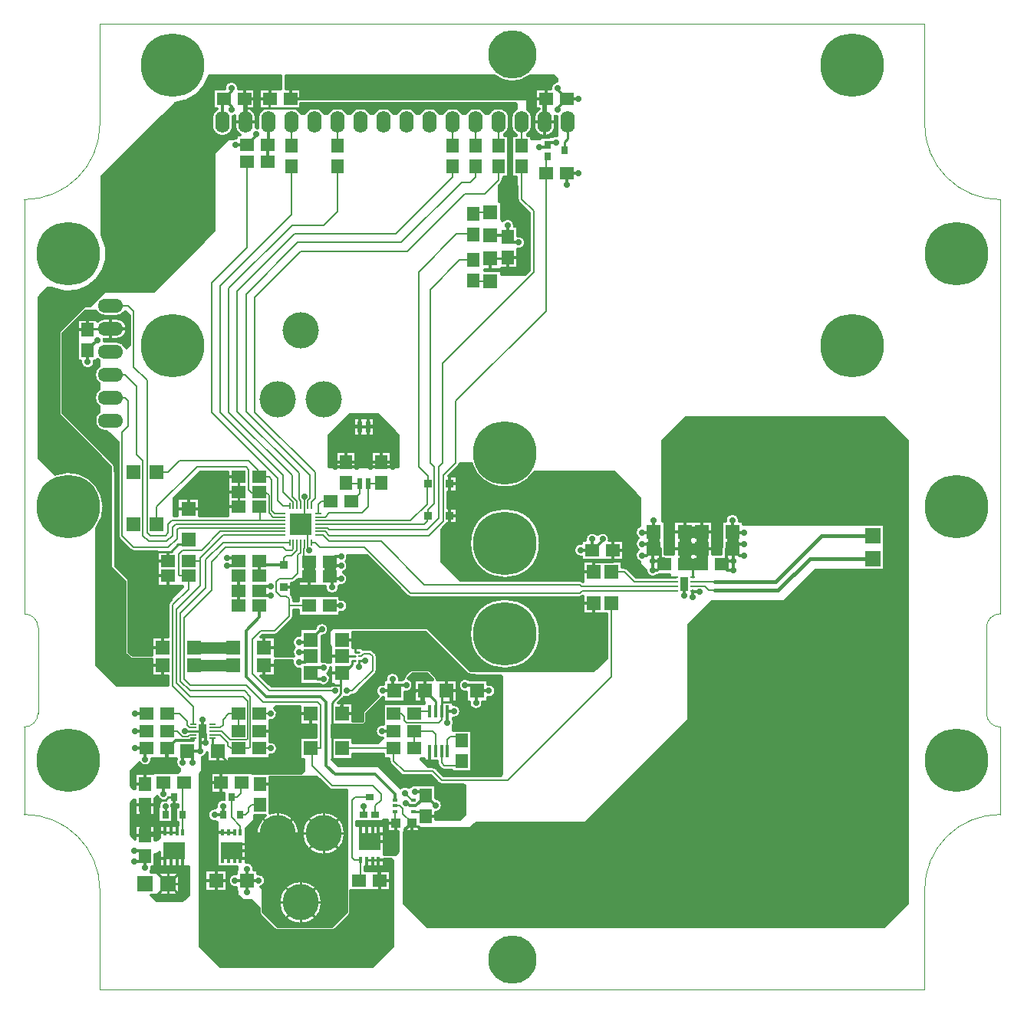
<source format=gbr>
G04 EasyPC Gerber Version 21.0.3 Build 4286 *
G04 #@! TF.Part,Single*
G04 #@! TF.FileFunction,Copper,L2,Bot *
G04 #@! TF.FilePolarity,Positive *
%FSLAX35Y35*%
%MOIN*%
G04 #@! TA.AperFunction,ComponentPad*
%ADD92O,0.06299X0.09449*%
G04 #@! TA.AperFunction,SMDPad*
%ADD110R,0.00787X0.03150*%
G04 #@! TA.AperFunction,ComponentPad*
%ADD93O,0.11000X0.06000*%
G04 #@! TA.AperFunction,SMDPad*
%ADD109R,0.03150X0.00787*%
%ADD100R,0.02756X0.00906*%
%ADD115R,0.01969X0.01102*%
%ADD102R,0.01654X0.02756*%
%ADD103R,0.01654X0.03937*%
%ADD106R,0.01772X0.05709*%
%ADD112R,0.02362X0.04724*%
%ADD107R,0.03150X0.03543*%
%ADD114R,0.03543X0.03543*%
%ADD101R,0.03543X0.05906*%
%ADD116R,0.03543X0.06299*%
%ADD117R,0.02362X0.01575*%
%ADD105R,0.03543X0.03150*%
%ADD113R,0.03543X0.03543*%
%ADD118R,0.04291X0.03937*%
%ADD98R,0.05500X0.06000*%
%ADD99R,0.06000X0.05500*%
%ADD104R,0.09331X0.07283*%
G04 #@! TA.AperFunction,ComponentPad*
%ADD95R,0.06299X0.06299*%
%ADD94R,0.06300X0.06300*%
%ADD91R,0.06800X0.06800*%
G04 #@! TA.AperFunction,SMDPad*
%ADD111R,0.09252X0.09252*%
G04 #@! TD.AperFunction*
%ADD13C,0.00001*%
%ADD10C,0.00500*%
%ADD77C,0.00600*%
%ADD97C,0.00800*%
%ADD120C,0.00900*%
G04 #@! TA.AperFunction,SMDPad*
%ADD108C,0.00984*%
G04 #@! TD.AperFunction*
%ADD79C,0.01000*%
%ADD11C,0.01200*%
%ADD121C,0.01500*%
%ADD78C,0.02000*%
G04 #@! TA.AperFunction,ViaPad*
%ADD96C,0.02800*%
G04 #@! TD.AperFunction*
%ADD119C,0.05000*%
G04 #@! TA.AperFunction,ComponentPad*
%ADD90C,0.15748*%
G04 #@! TA.AperFunction,WasherPad*
%ADD89C,0.21000*%
%ADD88C,0.27600*%
X0Y0D02*
D02*
D10*
X63100Y190698D02*
X63450Y190098D01*
Y193848*
X62800*
Y190998*
X63100Y190698*
G36*
X63450Y190098*
Y193848*
X62800*
Y190998*
X63100Y190698*
G37*
X123100Y181948D02*
X119350D01*
Y180698*
X123100*
Y181948*
G36*
X119350*
Y180698*
X123100*
Y181948*
G37*
X166850Y74448D02*
X165600Y73198D01*
Y71948*
X168100Y74448*
X166850*
G36*
X165600Y73198*
Y71948*
X168100Y74448*
X166850*
G37*
X171850D02*
X173100Y73198D01*
Y71948*
X171850*
Y73198*
X170600Y74448*
X171850*
G36*
X173100Y73198*
Y71948*
X171850*
Y73198*
X170600Y74448*
X171850*
G37*
X174350Y131948D02*
Y128198D01*
X173100*
Y131948*
X174350*
G36*
Y128198*
X173100*
Y131948*
X174350*
G37*
X185600D02*
Y128198D01*
X186550*
Y131948*
X185600*
G36*
Y128198*
X186550*
Y131948*
X185600*
G37*
D02*
D11*
X25950Y290198D02*
X23750D01*
X28100Y276198D02*
Y281198D01*
Y292598D02*
Y294796D01*
X32300Y285598D02*
X31900D01*
Y285398*
X27700Y281198*
X28100*
X38100Y288298D02*
Y286100D01*
Y293098D02*
Y295296D01*
X43000Y290698D02*
X45198D01*
X48350Y59098D02*
X51000D01*
X53100Y61198*
X48350Y63598D02*
X50700D01*
X53100Y61198*
X48600Y108198D02*
X53600D01*
X48600Y115651D02*
X53553D01*
X53600Y115698*
X48600Y123198D02*
X53600D01*
X50950Y70198D02*
X48750D01*
X50950Y83698D02*
X48750D01*
X50950Y92698D02*
X48750D01*
X53100Y56198D02*
Y61198D01*
Y72598D02*
Y74796D01*
Y81298D02*
Y79100D01*
Y95098D02*
Y97296D01*
Y103448D02*
Y107698D01*
X53600Y108198*
X55250Y70198D02*
X57450D01*
X55250Y83698D02*
X57450D01*
X58275Y144498D02*
X56076D01*
X58275Y151898D02*
X56076D01*
X58366Y87214D02*
X57450Y86298D01*
Y79100*
X48750*
Y85698*
X48100*
X46850Y84448*
Y70698*
X48750Y68798*
Y74796*
X57450*
Y68198*
X58100*
X59336Y69434*
Y74580*
X67281*
Y75891*
X66167*
Y82631*
X67340*
Y83765*
X64769*
G75*
G02X64833Y82631I-2909J-731*
G01*
X65033*
Y75891*
X58687*
Y82631*
X58887*
G75*
G02X58860Y83033I2973J403*
G01*
G75*
G02X60257Y85569I3000J0*
G01*
G75*
G02X58366Y87214I843J2879*
G01*
G36*
X57450Y86298*
Y79100*
X48750*
Y85698*
X48100*
X46850Y84448*
Y70698*
X48750Y68798*
Y74796*
X57450*
Y68198*
X58100*
X59336Y69434*
Y74580*
X67281*
Y75891*
X66167*
Y82631*
X67340*
Y83765*
X64769*
G75*
G02X64833Y82631I-2909J-731*
G01*
X65033*
Y75891*
X58687*
Y82631*
X58887*
G75*
G02X58860Y83033I2973J403*
G01*
G75*
G02X60257Y85569I3000J0*
G01*
G75*
G02X58366Y87214I843J2879*
G01*
G37*
X60625Y183198D02*
X58427D01*
X60625Y189698D02*
X58427D01*
X60825Y141948D02*
Y139749D01*
Y154448D02*
Y156647D01*
X61100Y88448D02*
Y93198D01*
X61535Y60383D02*
X59336D01*
X61535Y71604D02*
X59336D01*
X61761Y59015D02*
Y56816D01*
Y72381D02*
Y74580D01*
X62600Y106048D02*
Y103848D01*
X63025Y181048D02*
Y178848D01*
X64320Y59015D02*
Y56816D01*
Y72381D02*
Y74580D01*
X65600Y85963D02*
Y83765D01*
X66880Y59015D02*
Y56816D01*
Y72381D02*
Y74580D01*
X68100Y99237D02*
G75*
G02X66651Y103507I1150J2771D01*
G01*
Y103848*
X56073*
G75*
G02X50539Y101887I-2973J-400*
G01*
X46850Y98198*
Y91948*
X48100Y90698*
X48750*
Y97296*
X56502*
Y97548*
X67450*
X68100Y98198*
Y99237*
G36*
G75*
G02X66651Y103507I1150J2771*
G01*
Y103848*
X56073*
G75*
G02X50539Y101887I-2973J-400*
G01*
X46850Y98198*
Y91948*
X48100Y90698*
X48750*
Y97296*
X56502*
Y97548*
X67450*
X68100Y98198*
Y99237*
G37*
X69250Y102008D02*
Y105008D01*
X71400Y107158*
X69300Y212398D02*
X67100D01*
X69350Y178848D02*
X58427D01*
Y193798*
X48102*
G75*
G02X46757Y194355I-2J1900*
G01*
X41757Y199355*
G75*
G02X41200Y200698I1343J1344*
G01*
Y241348*
X36448Y246100*
X35600*
G75*
G02X33100Y254557J4598*
G01*
Y256839*
G75*
G02Y264557I2500J3859*
G01*
Y266839*
G75*
G02Y274557I2500J3859*
G01*
Y276839*
G75*
G02X32450Y277348I2500J3860*
G01*
Y276600*
X31073*
G75*
G02X31100Y276198I-2973J-403*
G01*
G75*
G02X25100I-3000*
G01*
G75*
G02X25127Y276600I3000J-1*
G01*
X23750*
Y294796*
X32450*
Y294048*
G75*
G02X35600Y295296I3150J-3350*
G01*
X40600*
G75*
G02Y286100J-4598*
G01*
X35600*
G75*
G02X35256Y286113I1J4600*
G01*
G75*
G02X35300Y285598I-2956J-515*
G01*
G75*
G02X35284Y285285I-3002J-2*
G01*
G75*
G02X35600Y285296I318J-4585*
G01*
X40600*
G75*
G02X44852Y282450I0J-4598*
G01*
X46200Y283798*
Y296348*
X44416Y298132*
G75*
G02X40600Y296100I-3816J2566*
G01*
X35600*
G75*
G02X31741Y298198J4598*
G01*
X26896*
X17400Y288702*
Y253944*
X39373Y231971*
G75*
G02X39900Y230698I-1273J-1273*
G01*
Y229279*
G75*
G02X40200Y228198I-1801J-1081*
G01*
Y187394*
X45623Y181971*
G75*
G02X46150Y180698I-1273J-1273*
G01*
Y150194*
X47596Y148748*
X56076*
Y156647*
X63075*
Y170748*
G75*
G02X63663Y172164I2000*
G01*
X64350Y172851*
Y173198*
X69350Y178198*
Y178848*
G36*
X58427*
Y193798*
X48102*
G75*
G02X46757Y194355I-2J1900*
G01*
X41757Y199355*
G75*
G02X41200Y200698I1343J1344*
G01*
Y241348*
X36448Y246100*
X35600*
G75*
G02X33100Y254557J4598*
G01*
Y256839*
G75*
G02Y264557I2500J3859*
G01*
Y266839*
G75*
G02Y274557I2500J3859*
G01*
Y276839*
G75*
G02X32450Y277348I2500J3860*
G01*
Y276600*
X31073*
G75*
G02X31100Y276198I-2973J-403*
G01*
G75*
G02X25100I-3000*
G01*
G75*
G02X25127Y276600I3000J-1*
G01*
X23750*
Y294796*
X32450*
Y294048*
G75*
G02X35600Y295296I3150J-3350*
G01*
X40600*
G75*
G02Y286100J-4598*
G01*
X35600*
G75*
G02X35256Y286113I1J4600*
G01*
G75*
G02X35300Y285598I-2956J-515*
G01*
G75*
G02X35284Y285285I-3002J-2*
G01*
G75*
G02X35600Y285296I318J-4585*
G01*
X40600*
G75*
G02X44852Y282450I0J-4598*
G01*
X46200Y283798*
Y296348*
X44416Y298132*
G75*
G02X40600Y296100I-3816J2566*
G01*
X35600*
G75*
G02X31741Y298198J4598*
G01*
X26896*
X17400Y288702*
Y253944*
X39373Y231971*
G75*
G02X39900Y230698I-1273J-1273*
G01*
Y229279*
G75*
G02X40200Y228198I-1801J-1081*
G01*
Y187394*
X45623Y181971*
G75*
G02X46150Y180698I-1273J-1273*
G01*
Y150194*
X47596Y148748*
X56076*
Y156647*
X63075*
Y170748*
G75*
G02X63663Y172164I2000*
G01*
X64350Y172851*
Y173198*
X69350Y178198*
Y178848*
G37*
X69439Y59015D02*
Y56816D01*
X71850D02*
X59336D01*
Y63138*
X58724Y62525*
G75*
G02X57450Y61998I-1273J1273*
G01*
Y56600*
X56073*
G75*
G02X56100Y56198I-2973J-403*
G01*
G75*
G02X55600Y54540I-3000*
G01*
Y54332*
X68100*
Y44332*
X55716*
X58100Y41948*
X69350*
X71850Y44448*
Y56816*
G36*
X59336*
Y63138*
X58724Y62525*
G75*
G02X57450Y61998I-1273J1273*
G01*
Y56600*
X56073*
G75*
G02X56100Y56198I-2973J-403*
G01*
G75*
G02X55600Y54540I-3000*
G01*
Y54332*
X68100*
Y44332*
X55716*
X58100Y41948*
X69350*
X71850Y44448*
Y56816*
G37*
Y214948D02*
Y217147D01*
X73550Y102008D02*
Y105008D01*
X71400Y107158*
X73966Y111748D02*
X66450D01*
X62700Y107998*
X74400Y212398D02*
X76600D01*
X77150Y107158D02*
Y110745D01*
Y107158D02*
X71400D01*
X77150Y110745D02*
Y114148D01*
X78100Y115098*
Y115698*
Y120651D02*
Y115698D01*
X79300Y110745D02*
X77150D01*
X79300D02*
Y114498D01*
X78100Y115698*
X81350Y50698D02*
X79151D01*
X83285Y79261D02*
X86860D01*
X83700Y93198D02*
X81502D01*
X83900Y48148D02*
Y45948D01*
Y53248D02*
Y55448D01*
X84800Y104608D02*
Y102407D01*
X86100Y91048D02*
Y88848D01*
Y95348D02*
Y97548D01*
X86450Y50698D02*
X88651D01*
X86535Y71604D02*
X84336D01*
X86670Y380698D02*
Y390198D01*
X87170Y390698*
X86860Y83033D02*
Y79261D01*
X88600Y187598D02*
X91400D01*
X93500Y189698*
X93600*
X88600Y191098D02*
X92200D01*
X93600Y189698*
X89002Y209448D02*
Y228198D01*
X76850*
X65600Y216948*
Y209448*
X67100*
Y217147*
X76600*
Y209448*
X89002*
G36*
Y228198*
X76850*
X65600Y216948*
Y209448*
X67100*
Y217147*
X76600*
Y209448*
X89002*
G37*
X90600Y385989D02*
Y387268D01*
X87170Y390698*
X90600Y395407D02*
Y394128D01*
X87170Y390698*
X91200Y213198D02*
X89002D01*
X91200Y219698D02*
X89002D01*
X91200Y226198D02*
X89002D01*
X92150Y50698D02*
X97300D01*
X92170Y370698D02*
X97170D01*
X93600Y176698D02*
Y170198D01*
Y183198D02*
Y176698D01*
X94120Y380698D02*
X91919D01*
X94665Y60383D02*
X96864D01*
X94665Y63631D02*
X96864D01*
X96170Y392848D02*
Y395048D01*
X97300Y45548D02*
Y50698D01*
Y55848D02*
Y50698D01*
X98570Y390698D02*
X100769D01*
X99220Y380698D02*
X101419D01*
X101250Y375198D02*
Y374778D01*
X97170Y370698*
X102450Y50698D02*
X97300D01*
X102600Y170198D02*
Y165198D01*
X96850Y159448*
Y139448*
X105600Y130698*
X129250*
X131750Y128198*
Y100798*
X135600Y96948*
X152913*
X161663Y88198*
Y85757*
X102600Y176698D02*
Y175098D01*
X103100Y174598*
X107600*
X102600Y189698D02*
Y183198D01*
X104770Y390698D02*
X102569D01*
X104800Y141948D02*
Y139749D01*
Y154448D02*
Y156647D01*
X105000Y115698D02*
X107198D01*
X105250Y92698D02*
X107450D01*
X106170Y363198D02*
Y370698D01*
X106670Y380698D02*
Y371198D01*
X106170Y370698*
X107170Y392848D02*
Y395048D01*
X107350Y144498D02*
X109549D01*
X107350Y151898D02*
X109549D01*
X107600Y178698D02*
X104100D01*
X102600Y177198*
Y176698*
X111850Y395048D02*
Y400698D01*
X81023*
G75*
G02X66176Y388774I-16053J4783*
G01*
X34350Y356948*
Y331544*
G75*
G02X12735Y308198I-14656J-8109*
G01*
X10600*
X6850Y304448*
Y234448*
X13852Y227446*
G75*
G02X31850Y203743I5843J-14248*
G01*
Y144448*
X40600Y135698*
X63075*
Y139749*
X56076*
Y146948*
X46850*
X44350Y149448*
Y180698*
X38100Y186948*
Y230698*
X15600Y253198*
Y289448*
X26850Y300698*
X29350*
X31577Y302925*
G75*
G02X33373Y304721I4023J-2226*
G01*
X35600Y306948*
X56850*
X83100Y333198*
Y366948*
X89350Y373198*
X90512*
G75*
G02X92569Y373672I1659J-2500*
G01*
Y375048*
X94228*
G75*
G02X91919Y379123I2441J4075*
G01*
Y382273*
G75*
G02X92045Y383360I4750J0*
G01*
G75*
G02X91349Y383084I-1445J2628*
G01*
G75*
G02X91419Y382273I-4680J-811*
G01*
Y379123*
G75*
G02X81919I-4750*
G01*
Y382273*
G75*
G02X84228Y386348I4750*
G01*
X82569*
Y395048*
X87622*
G75*
G02X87600Y395407I2979J360*
G01*
G75*
G02X93600I3000*
G01*
G75*
G02X93578Y395048I-3000J1*
G01*
X100769*
Y386348*
X99110*
G75*
G02X101419Y382273I-2441J-4075*
G01*
Y379123*
G75*
G02X101328Y378197I-4751J1*
G01*
G75*
G02X102031Y378094I-77J-2999*
G01*
G75*
G02X101919Y379123I4637J1028*
G01*
Y382273*
G75*
G02X104228Y386348I4750*
G01*
X102569*
Y395048*
X111850*
G36*
Y400698*
X81023*
G75*
G02X66176Y388774I-16053J4783*
G01*
X34350Y356948*
Y331544*
G75*
G02X12735Y308198I-14656J-8109*
G01*
X10600*
X6850Y304448*
Y234448*
X13852Y227446*
G75*
G02X31850Y203743I5843J-14248*
G01*
Y144448*
X40600Y135698*
X63075*
Y139749*
X56076*
Y146948*
X46850*
X44350Y149448*
Y180698*
X38100Y186948*
Y230698*
X15600Y253198*
Y289448*
X26850Y300698*
X29350*
X31577Y302925*
G75*
G02X33373Y304721I4023J-2226*
G01*
X35600Y306948*
X56850*
X83100Y333198*
Y366948*
X89350Y373198*
X90512*
G75*
G02X92569Y373672I1659J-2500*
G01*
Y375048*
X94228*
G75*
G02X91919Y379123I2441J4075*
G01*
Y382273*
G75*
G02X92045Y383360I4750J0*
G01*
G75*
G02X91349Y383084I-1445J2628*
G01*
G75*
G02X91419Y382273I-4680J-811*
G01*
Y379123*
G75*
G02X81919I-4750*
G01*
Y382273*
G75*
G02X84228Y386348I4750*
G01*
X82569*
Y395048*
X87622*
G75*
G02X87600Y395407I2979J360*
G01*
G75*
G02X93600I3000*
G01*
G75*
G02X93578Y395048I-3000J1*
G01*
X100769*
Y386348*
X99110*
G75*
G02X101419Y382273I-2441J-4075*
G01*
Y379123*
G75*
G02X101328Y378197I-4751J1*
G01*
G75*
G02X102031Y378094I-77J-2999*
G01*
G75*
G02X101919Y379123I4637J1028*
G01*
Y382273*
G75*
G02X104228Y386348I4750*
G01*
X102569*
Y395048*
X111850*
G37*
X113387Y187922D02*
X104376D01*
X102600Y189698*
X114559Y178474D02*
X116757D01*
X116170Y392848D02*
Y395048D01*
X118570Y390698D02*
X120769D01*
X120000Y145698D02*
X122650D01*
X125150Y148198*
X120000Y150073D02*
X123275D01*
X125150Y148198*
X120000Y154448D02*
X124100D01*
X125150Y155498*
X121850Y103448D02*
X120399D01*
Y112948*
X127300*
Y118448*
X120399*
Y126198*
X109850*
X109313Y125661*
G75*
G02X107198Y120225I-1713J-2463*
G01*
Y111171*
G75*
G02X110600Y108198I402J-2973*
G01*
G75*
G02X107198Y105225I-3000*
G01*
Y103848*
X89549*
Y102407*
X80049*
Y106385*
G75*
G02X78100Y104312I-2899J772*
G01*
Y98198*
X76850Y96948*
Y21948*
X85600Y13198*
X151850*
X160600Y21948*
Y59448*
X159900Y60148*
X156864*
Y56816*
X148761*
Y55048*
X159698*
Y46348*
X142400*
Y36948*
G75*
G02X141871Y35674I-1800*
G01*
X135624Y29427*
G75*
G02X134350Y28898I-1274J1272*
G01*
X110600*
G75*
G02X109326Y29427J1800*
G01*
X103079Y35674*
G75*
G02X102550Y36948I1272J1274*
G01*
Y38748*
X99350Y41948*
X95600*
X93100Y44448*
Y45948*
X92549*
Y47725*
G75*
G02X89150Y50698I-399J2973*
G01*
G75*
G02X92549Y53671I3000*
G01*
Y55448*
X93100*
Y56816*
X84336*
Y74580*
X84350*
Y75891*
X83687*
Y76288*
G75*
G02X80285Y79261I-402J2973*
G01*
G75*
G02X83687Y82234I3000*
G01*
Y82631*
X83887*
G75*
G02X87427Y85979I2973J402*
G01*
Y88848*
X81502*
Y97548*
X99698*
Y97296*
X106623*
G75*
G02X107450Y97498I828J-1598*
G01*
X121150*
X121850Y98198*
Y103448*
X79151Y55448D02*
X88651D01*
Y45948*
X79151*
Y55448*
X160000Y21348D02*
G36*
Y50698D01*
X159698*
Y46348*
X142400*
Y36948*
G75*
G02X141871Y35674I-1800*
G01*
X135624Y29427*
G75*
G02X134350Y28898I-1274J1272*
G01*
X110600*
G75*
G02X109326Y29427J1800*
G01*
X103079Y35674*
G75*
G02X102550Y36948I1272J1274*
G01*
Y38748*
X99350Y41948*
X95600*
X93100Y44448*
Y45948*
X92549*
Y47725*
G75*
G02X89150Y50698I-399J2973*
G01*
X88651*
Y45948*
X79151*
Y50698*
X77450*
Y21348*
X85000Y13798*
X152450*
X160000Y21348*
G37*
X120399Y125598D02*
G36*
X109400D01*
G75*
G02X110600Y123198I-1800J-2400*
G01*
G75*
G02X107198Y120225I-3000*
G01*
Y111171*
G75*
G02X110600Y108198I401J-2973*
G01*
G75*
G02X107198Y105225I-3000J0*
G01*
Y103848*
X89549*
Y102407*
X80049*
Y106385*
G75*
G02X78100Y104312I-2899J773*
G01*
Y98198*
X77450Y97548*
Y50698*
X79151*
Y55448*
X88651*
Y50698*
X89150*
G75*
G02X92549Y53671I3000*
G01*
Y55448*
X93100*
Y56816*
X84336*
Y74580*
X84350*
Y75891*
X83687*
Y76288*
G75*
G02X80285Y79261I-401J2973*
G01*
G75*
G02X83687Y82234I3000J0*
G01*
Y82631*
X83887*
G75*
G02X83860Y83033I2973J403*
G01*
G75*
G02X87427Y85979I3000*
G01*
Y88848*
X81502*
Y97548*
X99698*
Y97296*
X106623*
G75*
G02X107450Y97498I828J-1599*
G01*
X121150*
X121850Y98198*
Y103448*
X120399*
Y112948*
X127300*
Y118448*
X120399*
Y125598*
G37*
X160000Y60048D02*
G36*
X159900Y60148D01*
X156864*
Y56816*
X148761*
Y55048*
X159698*
Y50698*
X160000*
Y60048*
G37*
X122600Y123198D02*
X120399D01*
X124175Y180849D02*
Y178651D01*
X125150Y120648D02*
Y118448D01*
X129850Y159948D02*
X129600D01*
X125150Y155498*
X130600Y138498D02*
X127850D01*
X125450Y140898*
X125150*
X130600Y143198D02*
X127450D01*
X125150Y140898*
X133100Y244448D02*
Y230698D01*
X136065*
Y237296*
X144761*
Y230698*
X151439*
Y237296*
X160135*
Y230698*
X163100*
Y244448*
X154350Y253198*
X141850*
X133100Y244448*
X143549Y252060D02*
X152651D01*
Y244139*
X143549*
Y252060*
X152651Y248100D02*
G36*
Y244139D01*
X143549*
Y248100*
X136752*
X133700Y245048*
Y231298*
X136065*
Y237296*
X144761*
Y231298*
X151439*
Y237296*
X160135*
Y231298*
X162500*
Y245048*
X159448Y248100*
X152651*
G37*
X159448D02*
G36*
X154950Y252598D01*
X141250*
X136752Y248100*
X143549*
Y252060*
X152651*
Y248100*
X159448*
G37*
X133801Y143198D02*
X133600D01*
G75*
G02X132465Y140848I-3000*
G01*
G75*
G02X128737Y136147I-1865J-2350*
G01*
X120399*
Y142725*
G75*
G02X117083Y146398I-399J2973*
G01*
X109549*
Y139749*
X103326*
X107878Y135198*
X133364*
G75*
G02X135048Y136147I2236J-2000*
G01*
X133801*
Y143198*
G36*
X133600*
G75*
G02X132465Y140848I-3000*
G01*
G75*
G02X128737Y136147I-1865J-2350*
G01*
X120399*
Y142725*
G75*
G02X117083Y146398I-399J2973*
G01*
X109549*
Y139749*
X103326*
X107878Y135198*
X133364*
G75*
G02X135048Y136147I2236J-2000*
G01*
X133801*
Y143198*
G37*
X134350Y178249D02*
Y181824D01*
X133175Y182999*
X135663Y230698D02*
X138413D01*
X140413Y232698*
X136000Y140898D02*
X133801D01*
X136000Y148198D02*
X133801D01*
X138100Y170198D02*
X133175D01*
X138175Y181948D02*
X134226D01*
X133175Y182999*
X138175Y187598D02*
X135076D01*
X133175Y189499*
X138175Y191548D02*
X135624D01*
X133575Y189499*
X133175*
X138263Y232698D02*
X136065D01*
X138550Y125748D02*
Y127948D01*
X140413Y235098D02*
Y237296D01*
Y237698D02*
Y232698D01*
X140600Y89948D02*
X134350D01*
G75*
G02X132934Y90535J2000*
G01*
X127772Y95698*
X121188*
G75*
G02X121149Y95698I-38J1807*
G01*
X107451*
X107450*
Y80145*
G75*
G02X120074Y71210I3150J-8935*
G01*
G75*
G02X101126I-9474*
G01*
G75*
G02X105355Y79100I9474*
G01*
X100600*
Y76948*
X96864Y73212*
Y58816*
G75*
G02X100273Y55448I436J-2968*
G01*
X102049*
Y53671*
G75*
G02X103434Y47864I401J-2973*
G01*
X104350Y46948*
Y36948*
X110600Y30698*
X134350*
X140600Y36948*
Y89948*
X121126Y71210D02*
G75*
G02X140074I9474D01*
G01*
G75*
G02X121126I-9474*
G01*
X111126Y41210D02*
G75*
G02X130074I9474D01*
G01*
G75*
G02X111126I-9474*
G01*
X140000Y36348D02*
G36*
Y41210D01*
X130074*
G75*
G02X111126I-9474*
G01*
X104350*
Y36948*
X110000Y31298*
X134950*
X140000Y36348*
G37*
X120074Y71210D02*
G36*
G75*
G02X101126I-9474D01*
G01*
X97464*
Y58844*
G75*
G02X100300Y55848I-164J-2996*
G01*
G75*
G02X100273Y55448I-3001*
G01*
X102049*
Y53671*
G75*
G02X105450Y50698I401J-2973*
G01*
G75*
G02X103434Y47864I-3000*
G01*
X104350Y46948*
Y41210*
X111126*
G75*
G02X130074I9474*
G01*
X140000*
Y70028*
G75*
G02X121126Y71210I-9400J1182*
G01*
X120074*
G37*
X101126D02*
G36*
G75*
G02X105355Y79100I9474D01*
G01*
X100600*
Y76948*
X97464Y73812*
Y71210*
X101126*
G37*
X120074D02*
G36*
X121126D01*
G75*
G02X140000Y72392I9474*
G01*
Y89948*
X134350*
G75*
G02X132934Y90535J2000*
G01*
X128372Y95098*
X107450*
Y80145*
G75*
G02X120074Y71210I3150J-8935*
G01*
G37*
X141100Y123198D02*
X143301D01*
X141100Y155498D02*
X143301D01*
X142563Y232698D02*
X144761D01*
X143147Y248198D02*
X146230D01*
X146328Y248100*
X145163Y230698D02*
X142413D01*
X140413Y232698*
X145747Y248100D02*
X143549D01*
X146328Y243737D02*
Y248099D01*
X146328Y248100*
Y246337D02*
Y244139D01*
Y248100D02*
X149872D01*
X146328Y249862D02*
Y252060D01*
X146761Y72381D02*
Y74580D01*
X149320Y59015D02*
Y56816D01*
Y72381D02*
Y74580D01*
X149872Y246337D02*
Y244139D01*
Y249862D02*
Y252060D01*
X149872Y243737D02*
Y248099D01*
X149872Y248100*
X150453D02*
X152651D01*
X151037Y230698D02*
X153787D01*
X155787Y232698*
X151880Y59015D02*
Y56816D01*
Y72381D02*
Y74580D01*
X153053Y248198D02*
X149970D01*
X149872Y248100*
X153637Y232698D02*
X151439D01*
X154439Y59015D02*
Y56816D01*
Y72381D02*
Y74580D01*
X154665Y59793D02*
X156864D01*
X154665Y67765D02*
X156864D01*
X154665Y71013D02*
X156864D01*
X155100Y48548D02*
Y46348D01*
Y52848D02*
Y55048D01*
X155787Y235098D02*
Y237296D01*
Y237698D02*
Y232698D01*
X156100Y115698D02*
X161100D01*
X156250Y133198D02*
X161400D01*
X157500Y50698D02*
X159698D01*
X157937Y232698D02*
X160135D01*
X158356Y76948D02*
X156529D01*
Y76285*
X145100*
Y74580*
X156864*
Y61948*
X161850*
X163100Y63198*
Y72131*
X158356*
Y76948*
G36*
X156529*
Y76285*
X145100*
Y74580*
X156864*
Y61948*
X161850*
X163100Y63198*
Y72131*
X158356*
Y76948*
G37*
X160537Y230698D02*
X157787D01*
X155787Y232698*
X160554Y75698D02*
X158356D01*
X160600Y138348D02*
Y133998D01*
X161400Y133198*
X162100Y74330D02*
Y72131D01*
X166350Y84448D02*
X166850D01*
X168100Y83198*
X169537*
X166550Y135698D02*
X163900D01*
X161400Y133198*
X169100Y74330D02*
Y72131D01*
X169537Y83198D02*
X170796D01*
X175296Y87698*
X174996*
X170246Y89448D02*
X173246D01*
X174996Y87698*
X172250Y133198D02*
X170049D01*
X173100Y103848D02*
Y103198D01*
X176100Y100198*
X178100*
G75*
G02X179516Y99611J-2000*
G01*
X182678Y96448*
X207600*
X208100Y96948*
Y139448*
X207700Y139848*
X196852*
G75*
G02X195769Y140148I-2J2100*
G01*
X194351*
G75*
G02X193077Y140675I-2J1800*
G01*
X176945Y156807*
X175154Y158598*
X143301*
Y152062*
G75*
G02X145170Y152013I885J-1896*
G01*
G75*
G02X147823Y151429I984J-1846*
G01*
G75*
G02X148100Y151448I277J-1981*
G01*
X150600*
G75*
G02X152016Y150861J-2000*
G01*
X153263Y149614*
G75*
G02X153850Y148198I-1413J-1416*
G01*
Y141948*
G75*
G02X153263Y140532I-2000*
G01*
X144516Y131785*
G75*
G02X143100Y131198I-1416J1413*
G01*
X142836*
G75*
G02X139521Y130399I-2236J2000*
G01*
X137070Y127948*
X143301*
Y119998*
X147354*
X147550Y120194*
Y123198*
G75*
G02X148077Y124471I1800J0*
G01*
X154424Y130818*
G75*
G02X156651Y136171I1826J2380*
G01*
Y137948*
X157627*
G75*
G02X157600Y138348I2973J400*
G01*
G75*
G02X163600I3000*
G01*
G75*
G02X163573Y137948I-3000*
G01*
X164566*
G75*
G02X165467Y138496I1984J-2250*
G01*
G75*
G02X165463Y138612I1798J119*
G01*
G75*
G02X165991Y139885I1800J0*
G01*
X168077Y141971*
G75*
G02X169351Y142498I1273J-1273*
G01*
X175599*
G75*
G02X176873Y141971I2J-1800*
G01*
X179373Y139471*
G75*
G02X179900Y138198I-1273J-1273*
G01*
Y137948*
X188651*
Y128448*
X186923*
Y127332*
G75*
G02X187324Y127359I400J-2973*
G01*
G75*
G02X190324Y124359J-3000*
G01*
G75*
G02X187324Y121359I-3000*
G01*
G75*
G02X186923Y121386I-1J3000*
G01*
Y121187*
G75*
G02X186850Y117720I-2483J-1682*
G01*
Y116137*
X195053*
Y97938*
X186352*
Y98698*
X183100*
G75*
G02X181684Y99285J2000*
G01*
X180467Y100503*
G75*
G02X179880Y101919I1413J1416*
G01*
Y102584*
X174277*
Y103848*
X173100*
X202049Y136171D02*
G75*
G02X205450Y133198I401J-2973D01*
G01*
G75*
G02X202049Y130225I-3000*
G01*
Y128448*
X199823*
G75*
G02X199850Y128048I-2973J-400*
G01*
G75*
G02X193850I-3000*
G01*
G75*
G02X193877Y128448I3000*
G01*
X192549*
Y132725*
G75*
G02X189150Y135698I-399J2973*
G01*
G75*
G02X194134Y137948I3000*
G01*
X202049*
Y136171*
X153559Y131873D02*
G36*
X144603D01*
X144516Y131785*
G75*
G02X143100Y131198I-1416J1413*
G01*
X142836*
G75*
G02X139521Y130399I-2236J2000*
G01*
X137670Y128548*
Y127948*
X143301*
Y119998*
X147354*
X147550Y120194*
Y123198*
G75*
G02X148077Y124471I1802*
G01*
X154424Y130818*
G75*
G02X153559Y131873I1827J2380*
G01*
G37*
X205141D02*
G36*
G75*
G02X202049Y130225I-2692J1325D01*
G01*
Y128448*
X199823*
G75*
G02X199850Y128048I-2974J-400*
G01*
G75*
G02X193850I-3000*
G01*
G75*
G02X193877Y128448I3001*
G01*
X192549*
Y131873*
X188651*
Y128448*
X186923*
Y127332*
G75*
G02X187324Y127359I401J-2985*
G01*
G75*
G02X190324Y124359J-3000*
G01*
G75*
G02X187324Y121359I-3000*
G01*
G75*
G02X186923Y121386I0J3012*
G01*
Y121187*
G75*
G02X187439Y119505I-2484J-1682*
G01*
G75*
G02X186850Y117720I-3000J0*
G01*
Y116137*
X195053*
Y97938*
X186352*
Y98698*
X183100*
G75*
G02X181684Y99285J2000*
G01*
X180467Y100503*
G75*
G02X179880Y101919I1413J1416*
G01*
Y102584*
X174277*
Y103848*
X173100*
Y103198*
X176100Y100198*
X178100*
G75*
G02X179516Y99611J-2000*
G01*
X182078Y97048*
X207500*
Y131873*
X205141*
G37*
X207500Y139848D02*
G36*
X196852D01*
G75*
G02X195769Y140148I-2J2100*
G01*
X194351*
G75*
G02X193077Y140675I-2J1799*
G01*
X176945Y156807*
X175754Y157998*
X143301*
Y152062*
G75*
G02X145170Y152013I885J-1896*
G01*
G75*
G02X147823Y151429I984J-1846*
G01*
G75*
G02X148100Y151448I274J-1938*
G01*
X150600*
G75*
G02X152016Y150861J-2000*
G01*
X153263Y149614*
G75*
G02X153850Y148198I-1413J-1416*
G01*
Y141948*
G75*
G02X153263Y140532I-2000*
G01*
X144603Y131873*
X153559*
G75*
G02X153250Y133198I2691J1326*
G01*
G75*
G02X156651Y136171I3000*
G01*
Y137948*
X157627*
G75*
G02X157600Y138348I2974J400*
G01*
G75*
G02X163600I3000*
G01*
G75*
G02X163573Y137948I-3001*
G01*
X164566*
G75*
G02X165467Y138496I1981J-2245*
G01*
G75*
G02X165463Y138612I2124J130*
G01*
G75*
G02X165991Y139885I1802*
G01*
X168077Y141971*
G75*
G02X169351Y142498I1272J-1272*
G01*
X175599*
G75*
G02X176873Y141971I2J-1799*
G01*
X179373Y139471*
G75*
G02X179900Y138198I-1274J-1273*
G01*
Y137948*
X188651*
Y131873*
X192549*
Y132725*
G75*
G02X189150Y135698I-399J2973*
G01*
G75*
G02X194134Y137948I3000*
G01*
X202049*
Y136171*
G75*
G02X205450Y133198I401J-2973*
G01*
G75*
G02X205141Y131873I-3000J0*
G01*
X207500*
Y139848*
G37*
X174800Y135748D02*
Y137948D01*
X176761Y104782D02*
Y102584D01*
X177146Y78698D02*
X179346D01*
X178100Y137948D02*
Y138198D01*
X175600Y140698*
X169350*
X167264Y138612*
G75*
G02X166151Y132725I-714J-2914*
G01*
Y128448*
X156651*
Y130225*
G75*
G02X156352Y130200I-401J2975*
G01*
X149350Y123198*
Y119448*
X148100Y118198*
X134350*
Y112948*
X143301*
Y110698*
X154350*
X156361Y112709*
G75*
G02X153100Y115698I-261J2989*
G01*
G75*
G02X156502Y118671I3000*
G01*
Y127548*
X174277*
Y128448*
X170049*
Y137948*
X178100*
G36*
Y138198*
X175600Y140698*
X169350*
X167264Y138612*
G75*
G02X166151Y132725I-714J-2914*
G01*
Y128448*
X156651*
Y130225*
G75*
G02X156352Y130200I-401J2975*
G01*
X149350Y123198*
Y119448*
X148100Y118198*
X134350*
Y112948*
X143301*
Y110698*
X154350*
X156361Y112709*
G75*
G02X153100Y115698I-261J2989*
G01*
G75*
G02X156502Y118671I3000*
G01*
Y127548*
X174277*
Y128448*
X170049*
Y137948*
X178100*
G37*
X179300Y83398D02*
X179296D01*
X174996Y87698*
X183900Y135748D02*
Y137948D01*
X184439Y119505D02*
Y124359D01*
X184439Y124359*
X185324Y208276D02*
Y206076D01*
Y210620D02*
Y212820D01*
Y222026D02*
Y219828D01*
Y224370D02*
Y226568D01*
X186450Y133198D02*
X188651D01*
X186496Y209448D02*
X188694D01*
X186496Y223198D02*
X188694D01*
X187324Y124359D02*
X184439D01*
X184439Y124359*
X191350Y92448D02*
X181850D01*
G75*
G02X180434Y93035J2000*
G01*
X177272Y96198*
X165600*
G75*
G02X164184Y96785J2000*
G01*
X159687Y101282*
G75*
G02X159100Y102698I1413J1416*
G01*
Y103848*
X156502*
Y105698*
X143301*
Y103448*
X134350*
Y103198*
X136850Y100698*
X154350*
X163957Y91091*
G75*
G02X167811Y91201I1993J-2243*
G01*
G75*
G02X171187Y92296I2435J-1753*
G01*
X179346*
Y86685*
X179654Y86377*
G75*
G02X179346Y80398I-354J-2979*
G01*
Y77498*
X189900*
X191850Y79448*
Y91948*
X191350Y92448*
G36*
X181850*
G75*
G02X180434Y93035J2000*
G01*
X177272Y96198*
X165600*
G75*
G02X164184Y96785J2000*
G01*
X159687Y101282*
G75*
G02X159100Y102698I1413J1416*
G01*
Y103848*
X156502*
Y105698*
X143301*
Y103448*
X134350*
Y103198*
X136850Y100698*
X154350*
X163957Y91091*
G75*
G02X167811Y91201I1993J-2243*
G01*
G75*
G02X171187Y92296I2435J-1753*
G01*
X179346*
Y86685*
X179654Y86377*
G75*
G02X179346Y80398I-354J-2979*
G01*
Y77498*
X189900*
X191850Y79448*
Y91948*
X191350Y92448*
G37*
X192150Y135698D02*
X194800D01*
X197300Y133198*
X196850Y128048D02*
Y132748D01*
X197300Y133198*
X202450D02*
X197300D01*
X203100Y318648D02*
Y316450D01*
Y331198D02*
X210100D01*
X210600Y330698*
Y319298D02*
Y317100D01*
Y335698D02*
Y330698D01*
X212750Y321698D02*
X214950D01*
X215350Y328198D02*
X213100D01*
X210600Y330698*
X218360Y314448D02*
X219950Y316038D01*
Y341161*
X215327Y345785*
G75*
G02X214770Y347128I1343J1344*
G01*
Y352778*
X214350Y353198*
Y356600*
X212320*
Y374796*
X214350*
Y374978*
G75*
G02X211919Y379123I2319J4146*
G01*
Y382273*
G75*
G02X214350Y386419I4750*
G01*
Y388198*
X213950Y388598*
X120769*
Y386348*
X119110*
G75*
G02X120892Y384448I-2441J-4075*
G01*
X122446*
G75*
G02X130892I4223J-2175*
G01*
X132446*
G75*
G02X140892I4223J-2175*
G01*
X142446*
G75*
G02X150892I4223J-2175*
G01*
X152446*
G75*
G02X160892I4223J-2175*
G01*
X162446*
G75*
G02X170892I4223J-2175*
G01*
X172446*
G75*
G02X180892I4223J-2175*
G01*
X182446*
G75*
G02X190892I4223J-2175*
G01*
X192446*
G75*
G02X200892I4223J-2175*
G01*
X202446*
G75*
G02X211419Y382273I4223J-2175*
G01*
Y379123*
G75*
G02X209350Y375202I-4750*
G01*
Y374796*
X211021*
Y356600*
X209002*
X208570Y356168*
Y355518*
G75*
G02X208014Y354175I-1900*
G01*
X206850Y353011*
Y345946*
X207848*
Y338450*
X208479Y337819*
G75*
G02X213600Y335698I2121J-2121*
G01*
G75*
G02X213573Y335296I-3000J1*
G01*
X214950*
Y331171*
G75*
G02X218350Y328198I400J-2973*
G01*
G75*
G02X214950Y325225I-3000*
G01*
Y317100*
X207848*
Y316450*
X200600*
Y315946*
X207848*
Y314448*
X218360*
G36*
X219950Y316038*
Y341161*
X215327Y345785*
G75*
G02X214770Y347128I1343J1344*
G01*
Y352778*
X214350Y353198*
Y356600*
X212320*
Y374796*
X214350*
Y374978*
G75*
G02X211919Y379123I2319J4146*
G01*
Y382273*
G75*
G02X214350Y386419I4750*
G01*
Y388198*
X213950Y388598*
X120769*
Y386348*
X119110*
G75*
G02X120892Y384448I-2441J-4075*
G01*
X122446*
G75*
G02X130892I4223J-2175*
G01*
X132446*
G75*
G02X140892I4223J-2175*
G01*
X142446*
G75*
G02X150892I4223J-2175*
G01*
X152446*
G75*
G02X160892I4223J-2175*
G01*
X162446*
G75*
G02X170892I4223J-2175*
G01*
X172446*
G75*
G02X180892I4223J-2175*
G01*
X182446*
G75*
G02X190892I4223J-2175*
G01*
X192446*
G75*
G02X200892I4223J-2175*
G01*
X202446*
G75*
G02X211419Y382273I4223J-2175*
G01*
Y379123*
G75*
G02X209350Y375202I-4750*
G01*
Y374796*
X211021*
Y356600*
X209002*
X208570Y356168*
Y355518*
G75*
G02X208014Y354175I-1900*
G01*
X206850Y353011*
Y345946*
X207848*
Y338450*
X208479Y337819*
G75*
G02X213600Y335698I2121J-2121*
G01*
G75*
G02X213573Y335296I-3000J1*
G01*
X214950*
Y331171*
G75*
G02X218350Y328198I400J-2973*
G01*
G75*
G02X214950Y325225I-3000*
G01*
Y317100*
X207848*
Y316450*
X200600*
Y315946*
X207848*
Y314448*
X218360*
G37*
X221021Y373198D02*
X224754D01*
Y374127*
X228518*
G75*
G02X229121Y374206I603J-2280*
G01*
X229650*
G75*
G02X231850Y374828I1855J-2358*
G01*
Y383125*
G75*
G02X231318Y383246I400J2973*
G01*
G75*
G02X231419Y382273I-4650J-973*
G01*
Y379123*
G75*
G02X221919I-4750*
G01*
Y382273*
G75*
G02X224228Y386348I4750*
G01*
X222569*
Y395048*
X229260*
G75*
G02X229250Y395298I2990J248*
G01*
G75*
G02X231850Y398271I3000*
G01*
Y399448*
X230600Y400698*
X220288*
G75*
G02X204928I-7680J9350*
G01*
X114350*
Y395048*
X120769*
Y390698*
X219350*
Y386194*
G75*
G02X221419Y382273I-2681J-3921*
G01*
Y379123*
G75*
G02X219350Y375202I-4750*
G01*
Y374796*
X221021*
Y373198*
G36*
X224754*
Y374127*
X228518*
G75*
G02X229121Y374206I603J-2280*
G01*
X229650*
G75*
G02X231850Y374828I1855J-2358*
G01*
Y383125*
G75*
G02X231318Y383246I400J2973*
G01*
G75*
G02X231419Y382273I-4650J-973*
G01*
Y379123*
G75*
G02X221919I-4750*
G01*
Y382273*
G75*
G02X224228Y386348I4750*
G01*
X222569*
Y395048*
X229260*
G75*
G02X229250Y395298I2990J248*
G01*
G75*
G02X231850Y398271I3000*
G01*
Y399448*
X230600Y400698*
X220288*
G75*
G02X204928I-7680J9350*
G01*
X114350*
Y395048*
X120769*
Y390698*
X219350*
Y386194*
G75*
G02X221419Y382273I-2681J-3921*
G01*
Y379123*
G75*
G02X219350Y375202I-4750*
G01*
Y374796*
X221021*
Y373198*
G37*
X224120Y380698D02*
X221919D01*
X224355Y369648D02*
X226621D01*
X227730Y370757*
X227930*
X224770Y390698D02*
X222569D01*
X226670Y376574D02*
Y374373D01*
X227170Y392848D02*
Y395048D01*
X229220Y380698D02*
X231419D01*
X231505Y371848D02*
X229121D01*
X228030Y370757*
X227930*
X232250Y386098D02*
Y386778D01*
X236170Y390698*
X232250Y395298D02*
Y394618D01*
X236170Y390698*
Y353448D02*
Y358198D01*
X241170D02*
X236170D01*
X241170Y390698D02*
X236170D01*
X242350Y194448D02*
X247350D01*
X245550Y171498D02*
X243350D01*
X245550Y184898D02*
X243350D01*
X247350Y199198D02*
Y194448D01*
X248100Y168948D02*
Y166749D01*
Y187448D02*
Y189647D01*
X251850Y199198D02*
Y198648D01*
X247350Y194148*
Y194448*
X253600Y147448D02*
Y166749D01*
X243350*
Y174448*
X243287*
X243196Y174357*
G75*
G02X241850Y173798I-1346J1341*
G01*
X168486*
G75*
G02X167141Y174355I-2J1900*
G01*
X149547Y191948*
X141148*
G75*
G02X140433Y189573I-2973J-400*
G01*
G75*
G02X139185Y184773I-2258J-1975*
G01*
G75*
G02X137775Y178975I-1009J-2825*
G01*
Y178651*
X137323*
G75*
G02X137350Y178249I-2973J-403*
G01*
G75*
G02X131350I-3000*
G01*
G75*
G02X131377Y178651I3000J-1*
G01*
X119576*
Y180448*
X119350*
G75*
G02X119100Y180698J250*
G01*
Y181370*
X118266Y180535*
G75*
G02X116850Y179948I-1416J1413*
G01*
X116757*
Y175104*
X116523*
X117013Y174614*
G75*
G02X117600Y173198I-1413J-1416*
G01*
Y172198*
X119576*
Y174548*
X137775*
Y173180*
G75*
G02X141100Y170198I325J-2982*
G01*
G75*
G02X137775Y167216I-3000*
G01*
Y165848*
X119576*
Y168198*
X117600*
Y165698*
G75*
G02X117013Y164282I-2000*
G01*
X110766Y158035*
G75*
G02X109350Y157448I-1416J1413*
G01*
X104128*
X103327Y156647*
X109549*
Y148198*
X117658*
G75*
G02X117947Y152261I2342J1875*
G01*
G75*
G02X120399Y157421I2053J2187*
G01*
Y160249*
X126790*
X126874Y160334*
G75*
G02X132850Y159948I2975J-386*
G01*
G75*
G02X129899Y156948I-3000*
G01*
Y146115*
G75*
G02X132258Y145698I701J-2917*
G01*
X133801*
Y152497*
X133100Y153198*
Y159448*
X133801Y160149*
Y160249*
X133901*
X134350Y160698*
X175600*
X176417Y159881*
G75*
G02X176427Y159871I-1299J-1309*
G01*
X194350Y141948*
X248100*
X253600Y147448*
X194045Y158080D02*
G75*
G02X224845I15400D01*
G01*
G75*
G02X194045I-15400*
G01*
X253000Y146848D02*
G36*
Y158080D01*
X224845*
G75*
G02X194045I-15400*
G01*
X178218*
X193750Y142548*
X248700*
X253000Y146848*
G37*
X120399Y158080D02*
G36*
X110810D01*
X110766Y158035*
G75*
G02X109350Y157448I-1416J1413*
G01*
X104128*
X103927Y157247*
Y156647*
X109549*
Y148198*
X117658*
G75*
G02X117000Y150073I2342J1875*
G01*
G75*
G02X117947Y152261I3000*
G01*
G75*
G02X117000Y154448I2054J2187*
G01*
G75*
G02X120399Y157421I3000*
G01*
Y158080*
G37*
X133100D02*
G36*
X132197D01*
G75*
G02X129899Y156948I-2348J1868*
G01*
Y146115*
G75*
G02X132258Y145698I701J-2915*
G01*
X133801*
Y152497*
X133100Y153198*
Y158080*
G37*
X253000Y166749D02*
G36*
X243350D01*
Y174448*
X243287*
X243196Y174357*
G75*
G02X241850Y173798I-1346J1339*
G01*
X168486*
G75*
G02X167141Y174355I-3J1897*
G01*
X150147Y191348*
X141169*
G75*
G02X140433Y189573I-2992J200*
G01*
G75*
G02X141175Y187598I-2259J-1975*
G01*
G75*
G02X139185Y184773I-3000*
G01*
G75*
G02X141176Y181948I-1009J-2825*
G01*
G75*
G02X137775Y178975I-3000*
G01*
Y178651*
X137323*
G75*
G02X137350Y178252I-2910J-398*
G01*
G75*
G02Y178249I-3166J-2*
G01*
G75*
G02X131350I-3000*
G01*
G75*
G02Y178252I3166J2*
G01*
G75*
G02X131377Y178651I2937*
G01*
X119576*
Y180448*
X119350*
G75*
G02X119100Y180698J250*
G01*
Y181370*
X118266Y180535*
G75*
G02X116850Y179948I-1416J1413*
G01*
X116757*
Y175104*
X116523*
X117013Y174614*
G75*
G02X117600Y173198I-1413J-1416*
G01*
Y172198*
X119576*
Y174548*
X137775*
Y173180*
G75*
G02X141100Y170198I325J-2983*
G01*
G75*
G02X137775Y167216I-3000J0*
G01*
Y165848*
X119576*
Y168198*
X117600*
Y165698*
G75*
G02X117013Y164282I-2000*
G01*
X110810Y158080*
X120399*
Y160249*
X126790*
X126874Y160334*
G75*
G02X132850Y159948I2975J-386*
G01*
G75*
G02X132197Y158080I-3000*
G01*
X133100*
Y159448*
X133801Y160149*
Y160249*
X133901*
X134350Y160698*
X175600*
X176417Y159881*
X176427Y159871*
X178218Y158080*
X194045*
G75*
G02X224845I15400*
G01*
X253000*
Y166749*
G37*
X256350Y192298D02*
Y190100D01*
Y196598D02*
Y198796D01*
X258750Y194448D02*
X260950D01*
X269010Y192194D02*
X271056D01*
X273860Y194998*
X274160*
X269010Y197194D02*
X271964D01*
X274160Y194998*
X269010Y202194D02*
X274056D01*
X274160Y202298*
X270600Y185698D02*
X268100Y188198D01*
Y189335*
G75*
G02X267352Y194694I910J2859*
G01*
G75*
G02Y199694I1658J2500*
G01*
G75*
G02X268100Y205053I1658J2500*
G01*
Y216948*
X256850Y228198*
X222205*
G75*
G02X194836Y231948I-12760J8622*
G01*
X189947*
G75*
G02X189444Y231052I-1846J447*
G01*
X184960Y226568*
X188694*
Y219828*
X184553*
Y212820*
X188694*
Y206076*
X184341*
G75*
G02X183997Y205605I-1687J872*
G01*
X181850Y203458*
Y189448*
X189950Y181348*
X241848*
G75*
G02X243194Y180792I3J-1900*
G01*
X243350Y180948*
Y189647*
X260350*
Y186898*
X261380*
G75*
G02X262796Y186311J-2000*
G01*
X266428Y182678*
X281037*
Y183848*
X276990*
G75*
G02X275800Y183498I-1190J1851*
G01*
X275640*
G75*
G02X270600Y185698I-2040J2200*
G01*
X254823Y198796D02*
X260950D01*
Y190100*
X242750*
Y191475*
G75*
G02X239350Y194448I-400J2973*
G01*
G75*
G02X242750Y197421I3000*
G01*
Y198796*
X244377*
G75*
G02X244350Y199198I2973J403*
G01*
G75*
G02X249600Y201182I3000*
G01*
G75*
G02X254850Y199198I2250J-1984*
G01*
G75*
G02X254823Y198796I-3000J1*
G01*
X194045Y197450D02*
G75*
G02X224845I15400D01*
G01*
G75*
G02X194045I-15400*
G01*
X266198Y196149D02*
G36*
X260950D01*
Y190100*
X242750*
Y191475*
G75*
G02X239350Y194448I-400J2973*
G01*
G75*
G02X239879Y196149I3000*
G01*
X224790*
G75*
G02X194100I-15345J1301*
G01*
X182450*
Y188848*
X189906Y181392*
X243350*
Y189647*
X260350*
Y186898*
X261380*
G75*
G02X262796Y186311J-2000*
G01*
X266428Y182678*
X280437*
Y183848*
X276990*
G75*
G02X275800Y183498I-1191J1856*
G01*
X275640*
G75*
G02X270600Y185698I-2040J2200*
G01*
X268100Y188198*
Y189335*
G75*
G02X266010Y192194I910J2859*
G01*
G75*
G02X267352Y194694I3000*
G01*
G75*
G02X266198Y196149I1658J2500*
G01*
G37*
X195050Y231348D02*
G36*
X189686D01*
G75*
G02X189444Y231052I-1583J1046*
G01*
X184960Y226568*
X188694*
Y219828*
X184553*
Y212820*
X188694*
Y206076*
X184341*
G75*
G02X183997Y205605I-1687J872*
G01*
X182450Y204058*
Y196149*
X194100*
G75*
G02X194045Y197450I15348J1302*
G01*
G75*
G02X224845I15400*
G01*
G75*
G02X224790Y196149I-15403J1*
G01*
X239879*
G75*
G02X242750Y197421I2471J-1701*
G01*
Y198796*
X244377*
G75*
G02X244350Y199195I2910J398*
G01*
G75*
G02Y199198I3166J2*
G01*
G75*
G02X249600Y201182I3000*
G01*
G75*
G02X254850Y199198I2250J-1984*
G01*
G75*
G02Y199195I-3166J-2*
G01*
G75*
G02X254823Y198796I-2937*
G01*
X260950*
Y196149*
X266198*
G75*
G02X266010Y197194I2812J1046*
G01*
G75*
G02X267352Y199694I3000*
G01*
G75*
G02X266010Y202194I1658J2500*
G01*
G75*
G02X268100Y205053I3000*
G01*
Y216948*
X256850Y228198*
X222205*
G75*
G02X195050Y231348I-12760J8622*
G01*
G37*
X273600Y185698D02*
Y189694D01*
Y185698D02*
X275800D01*
X278300Y188198*
X278600*
X273600Y189694D02*
Y194438D01*
X274160Y194998*
X273600Y189694D02*
X277104D01*
X278600Y188198*
X274160Y207448D02*
Y202298D01*
X278600Y188198D02*
Y190558D01*
X276850*
Y194998*
X274160*
X285010D02*
X282809D01*
X285010Y202298D02*
X282809D01*
X287360Y174544D02*
Y179694D01*
X287560Y204848D02*
Y207048D01*
X291100Y174190D02*
Y176741D01*
X294084Y176241D02*
X291600D01*
X291100Y176741*
X294860Y204848D02*
Y207048D01*
X297410Y194998D02*
X299610D01*
X297410Y202298D02*
X299610D01*
X303600Y188198D02*
Y190338D01*
X305600*
Y194998*
X308260*
Y207448D02*
Y202298D01*
X308600Y185698D02*
Y189694D01*
Y185698D02*
X306100D01*
X303600Y188198*
X308600Y189694D02*
Y194658D01*
X308260Y194998*
X308600Y189694D02*
X305096D01*
X303600Y188198*
X313410Y192194D02*
X311364D01*
X308560Y194998*
X308260*
X313410Y197194D02*
X310456D01*
X308260Y194998*
X313410Y202194D02*
X308364D01*
X308260Y202298*
X384350Y241948D02*
X374350Y251948D01*
X288100*
X278100Y241948*
Y207048*
X278911*
Y195767*
G75*
G02X279050Y194997I-2061J-770*
G01*
Y192710*
G75*
G02X279533Y192548I-450J-2154*
G01*
X282809*
Y207048*
X299610*
Y192548*
X303400*
Y194997*
G75*
G02X303509Y195683I2201*
G01*
Y207048*
X305287*
G75*
G02X305260Y207448I2974J400*
G01*
G75*
G02X311260I3000*
G01*
G75*
G02X311233Y207048I-3000J0*
G01*
X313009*
Y205698*
X364350*
X364466Y205582*
Y205698*
X374466*
Y185698*
X364466*
Y185814*
X364350Y185698*
X344350*
X330600Y171948*
X299350*
X289350Y161948*
Y120698*
X244350Y75698*
X196850*
X194350Y73198*
X173350*
Y71948*
G75*
G02X173100Y71698I-250*
G01*
X171850*
G75*
G02X171600Y71948J250*
G01*
Y72131*
X166137*
X165778Y71772*
G75*
G02X165600Y71698I-178J176*
G01*
Y40698*
X175600Y30698*
X374350*
X384350Y40698*
Y241948*
G36*
X374350Y251948*
X288100*
X278100Y241948*
Y207048*
X278911*
Y195767*
G75*
G02X279050Y194997I-2061J-770*
G01*
Y192710*
G75*
G02X279533Y192548I-450J-2154*
G01*
X282809*
Y207048*
X299610*
Y192548*
X303400*
Y194997*
G75*
G02X303509Y195683I2201*
G01*
Y207048*
X305287*
G75*
G02X305260Y207448I2974J400*
G01*
G75*
G02X311260I3000*
G01*
G75*
G02X311233Y207048I-3000J0*
G01*
X313009*
Y205698*
X364350*
X364466Y205582*
Y205698*
X374466*
Y185698*
X364466*
Y185814*
X364350Y185698*
X344350*
X330600Y171948*
X299350*
X289350Y161948*
Y120698*
X244350Y75698*
X196850*
X194350Y73198*
X173350*
Y71948*
G75*
G02X173100Y71698I-250*
G01*
X171850*
G75*
G02X171600Y71948J250*
G01*
Y72131*
X166137*
X165778Y71772*
G75*
G02X165600Y71698I-178J176*
G01*
Y40698*
X175600Y30698*
X374350*
X384350Y40698*
Y241948*
G37*
D02*
D13*
X418710Y123434D02*
Y160835D01*
G75*
G02X424616Y166741I5906*
G01*
Y346899*
G75*
G02X391820Y379694J32795*
G01*
Y423198*
X33395*
X33395Y379694*
G75*
G02X600Y346898I-32795*
G01*
Y166741*
G75*
G02X6506Y160836J-5906*
G01*
Y123434*
G75*
G02X600Y117529I-5906*
G01*
Y79497*
G75*
G02X33395Y46702J-32795*
G01*
Y3198*
X391820*
Y46702*
G75*
G02X424616Y79497I32795*
G01*
Y117529*
G75*
G02X418710Y123434J5905*
G01*
D02*
D77*
X38100Y270698D02*
X44350D01*
X49350Y265698*
Y235998*
X52150Y233198*
Y200698*
X54650Y198198*
X62475*
X64975Y200698*
Y204448*
X66225Y205698*
X112726*
X73966Y114123D02*
X72275D01*
X71550Y113398*
X69350*
X67050Y115698*
X62600*
X73966Y117273D02*
X72225D01*
X71300Y118198*
Y119998*
X68100Y123198*
X62600*
X82234Y114123D02*
X85600D01*
X89025Y110698*
Y109448*
X90275Y108198*
X93600*
X82234Y115698D02*
X86250D01*
X90000Y111948*
X97050*
X97500Y112398*
Y128798*
X95600Y130698*
X94350*
X93600Y108198D02*
X98100D01*
X98700Y108798*
Y130698*
X96200Y133198*
X94350*
X93600Y123198D02*
X89350D01*
X86850Y120698*
Y118523*
X85600Y117273*
X82234*
X103100Y207273D02*
X64675D01*
X63100Y205698*
Y201948*
X61850Y200698*
X55300*
X54050Y201948*
Y268198*
X48100Y274148*
Y298198*
X45600Y300698*
X38100*
X103100Y207273D02*
Y214948D01*
X102600Y214448*
Y213198*
X111850Y195698D02*
X113100D01*
X114350Y194448*
X116850*
X117450Y195048*
Y197824*
X112726Y204123D02*
X67775D01*
X66850Y203198*
Y199448*
X63100Y195698*
X48100*
X43100Y200698*
Y245698*
X45600Y248198*
Y259448*
X44350Y260698*
X38100*
X112726Y207273D02*
X103100D01*
X112726Y208848D02*
X108700D01*
X106850Y210698*
Y218198*
X105600Y219448*
X103100*
Y219698*
X102600*
X112726Y210422D02*
X109350D01*
X108100Y211672*
Y224948*
X106850Y226198*
X102600*
X113387Y187922D02*
Y190985D01*
X114350Y191948*
X116550*
X119025Y194423*
Y197824*
X115876Y213572D02*
X113100D01*
X110600Y216072*
Y225698*
X81850Y254448*
Y310698*
X97170Y326018*
Y363198*
X116670Y370198D02*
Y380698D01*
X117450Y213572D02*
Y215398D01*
X113100Y219748*
Y226948*
X85600Y254448*
Y309448*
X116670Y340518*
Y361198*
X119025Y213572D02*
Y215673D01*
X116850Y217848*
Y226948*
X89350Y254448*
Y308198*
X116850Y335698*
X130600*
X136670Y341768*
Y361198*
X119350Y189448D02*
Y192248D01*
X120600Y193498*
Y197824*
Y213572D02*
Y215823D01*
X119875Y216548*
Y227948*
X93100Y254723*
Y306948*
X118100Y331948*
X161850*
X186670Y356768*
Y361198*
X122175Y197824D02*
Y195273D01*
X121850Y194948*
Y191074*
X123425Y189499*
X124175*
X123750Y213572D02*
Y216048D01*
X124650Y216948*
Y226948*
X96850Y254748*
Y305698*
X119350Y328198*
X164350*
X190600Y354448*
X194350*
X196670Y356768*
Y361198*
X125324Y213572D02*
Y215422D01*
X126850Y216948*
Y228198*
X100600Y254448*
Y304448*
X120600Y324448*
X166850*
X191850Y349448*
X200600*
X206670Y355518*
Y361198*
X128474Y200974D02*
X130324D01*
X133100Y198198*
X155600*
X174350Y179448*
X241850*
X242588Y178710*
X283620*
X128474Y204123D02*
X132175D01*
X133100Y203198*
X175600*
X180600Y208198*
Y230698*
X182297Y232395*
Y275698*
X221850Y315251*
Y341948*
X216670Y347128*
Y361198*
X128474Y205698D02*
X174350D01*
X175600Y206948*
Y209172*
X175876Y209448*
X128474Y207273D02*
X168425D01*
X175600Y214448*
Y222922*
X175876Y223198*
X128474Y208848D02*
X131250D01*
X133100Y210698*
X147372*
X149872Y213198*
Y223296*
X128474Y210422D02*
Y214448D01*
X129724Y215698*
X133600*
X136670Y370198D02*
Y380698D01*
X146328Y223296D02*
Y219126D01*
X142600Y215398*
Y215698*
X146328Y223296D02*
X140815D01*
X140413Y223698*
X149872Y223296D02*
X155385D01*
X155787Y223698*
X153159Y79458D02*
X153100Y79517D01*
X161100Y123198D02*
X164350D01*
X165600Y121948*
Y120448*
X166600Y119448*
X180600*
X181850Y120698*
Y124330*
X181880Y124359*
X171261D02*
X170100Y123198D01*
X175876Y209448D02*
Y211948D01*
X178547Y214619*
Y230698*
X176850Y232395*
Y307751*
X189797Y320698*
X195600*
X175876Y223198D02*
Y226672D01*
X171850Y230698*
Y315422*
X188376Y331948*
X190600*
X186670Y370198D02*
Y380698D01*
X190600Y331948D02*
X195350D01*
X195600Y331698*
X196670Y370198D02*
Y380698D01*
X203100Y311198D02*
X196100D01*
X195600Y311698*
X203100Y341198D02*
X196100D01*
X195600Y340698*
X206670Y370198D02*
Y380698D01*
X216670Y370198D02*
Y380698D01*
X227170Y358198D02*
Y364879D01*
X227930Y365639*
X227170Y358198D02*
Y298518D01*
X188100Y259448*
Y232395*
X182653Y226948*
Y206948*
X176403Y200698*
X133100*
X131250Y202548*
X128474*
X283620Y176741D02*
X242893D01*
X241850Y175698*
X168484*
X148484Y195698*
X128976*
X126850Y197824*
X125324*
D02*
D78*
X96670Y380698D02*
Y386748D01*
Y390198*
X226670Y380698D02*
Y390198D01*
D02*
D79*
X38100Y290698D02*
X28600D01*
X28100Y290198*
X53100Y83698D02*
X57350D01*
X59350Y85698*
X61900*
X63150Y86948*
X65413*
X65600Y87135*
X53100Y92698D02*
Y98198D01*
X54350Y99448*
X59350*
X61850Y101948*
Y107448*
X62600Y108198*
X55600Y189698D02*
Y192598D01*
X56850Y193848*
X64350*
X67450Y196948*
X69800*
X71850Y198998*
X55600Y189698D02*
X50350D01*
X40600Y199448*
Y235698*
X23100Y253198*
Y290698*
X27600*
X28100Y290198*
X56850Y189698D02*
X55600D01*
X57650Y183198D02*
Y189698D01*
X56850*
X57650Y183198D02*
X63025D01*
X60054Y46285D02*
X58100Y44332D01*
X60054Y52378D02*
X58100Y54332D01*
X60600Y71604D02*
X54506D01*
X53100Y70198*
X60825Y144498D02*
X43100D01*
Y180698*
X38100Y185698*
Y228198*
X13100Y253198*
Y288198*
X45600Y320698*
Y359448*
X85600Y399448*
X94920*
X96170Y398198*
Y390698*
X60825Y151898D02*
X53100D01*
Y166948*
X57650*
Y183198*
X61761Y71604D02*
X60600D01*
X61860Y83033D02*
Y79261D01*
X62700Y107998D02*
X62600D01*
Y108198*
X63025Y189698D02*
X56850D01*
X63100Y46432D02*
Y44332D01*
Y49332D02*
Y54448D01*
X64350Y55698*
Y62381*
X65600Y63631*
X63100Y52232D02*
Y54332D01*
X64320Y71604D02*
X60600D01*
X66000Y49332D02*
X68100D01*
X66146Y46285D02*
X68100Y44332D01*
X66146Y52378D02*
X68100Y54332D01*
X66880Y71604D02*
X64320D01*
X71850Y212398D02*
X84800D01*
X85600Y213198*
X93600*
X73966Y112548D02*
Y111748D01*
Y115698D02*
X70488D01*
X73966D02*
X78100D01*
X82234Y112548D02*
Y109724D01*
X84800Y107158*
X83100Y100698D02*
X78100Y95698D01*
Y50698*
X83900*
Y34898*
X95600Y23198*
X141350*
X155100Y36948*
Y50698*
X83900D02*
Y71604D01*
X86417*
X86417Y71604*
X86761*
X84800Y107158D02*
Y106498D01*
X90600Y100698*
X110600*
X114350Y104448*
Y115698*
X84800Y107158D02*
Y103198D01*
X83100Y101498*
Y100698*
X89320Y71604D02*
X86761D01*
X90600Y63631D02*
Y65598D01*
X91850Y66848*
X98100*
Y66948*
X90600Y63631D02*
X103021D01*
X110600Y71210*
X91880Y71604D02*
X89320D01*
X93600Y213198D02*
Y219698D01*
Y226198*
X96170Y390698D02*
X107170D01*
X96670Y386748D02*
X108100D01*
X96670Y390198D02*
X96170Y390698D01*
X103226Y71210D02*
X101126D01*
X104800Y151898D02*
X114300D01*
X115600Y153198*
Y155698*
X123100Y163198*
X144350*
Y160698*
X105386Y65996D02*
X103901Y64511D01*
X105386Y76424D02*
X103901Y77909D01*
X108100Y386748D02*
X106850D01*
Y390378*
X107170Y390698*
X110600Y63836D02*
Y61736D01*
Y71210D02*
X120600D01*
X110600Y78584D02*
Y80684D01*
X113226Y41210D02*
X111126D01*
X113387Y178474D02*
X124175D01*
Y182999*
X114350Y115698D02*
Y119448D01*
X118100Y123198*
X125150*
X115386Y35996D02*
X113901Y34511D01*
X115386Y46424D02*
X113901Y47909D01*
X115814Y65996D02*
X117299Y64511D01*
X115814Y76424D02*
X117299Y77909D01*
X116170Y390698D02*
X227170D01*
X117974Y71210D02*
X120074D01*
X120600Y33836D02*
Y31736D01*
Y41210D02*
Y71210D01*
Y48584D02*
Y50684D01*
Y71210D02*
X130600D01*
X123226D02*
X121126D01*
X124175Y182999D02*
Y175698D01*
X153100*
X156850Y171948*
Y160698*
X125386Y65996D02*
X123901Y64511D01*
X125386Y76424D02*
X123901Y77909D01*
X125814Y35996D02*
X127299Y34511D01*
X125814Y46424D02*
X127299Y47909D01*
X127974Y41210D02*
X130074D01*
X130600Y63836D02*
Y61736D01*
Y78584D02*
Y80684D01*
X134300Y115698D02*
Y128148D01*
X138100Y131948*
Y135698*
X135814Y65996D02*
X137299Y64511D01*
X135814Y76424D02*
X137299Y77909D01*
X137974Y71210D02*
X140074D01*
X138100Y135698D02*
X120600D01*
X111850Y144448*
X106000*
X105950Y144498*
X104800*
X138100Y135698D02*
Y140448D01*
X138550Y140898*
Y123198D02*
X138100D01*
Y126948*
X139350Y128198*
X146850*
X155600Y136948*
Y143198*
X169350*
X138550Y148198D02*
X133100D01*
Y159448*
X134350Y160698*
X144350*
X144186Y155498D02*
X138550D01*
X144350Y160698D02*
X156850D01*
X148100Y83033D02*
Y79517D01*
X149320Y59793D02*
X151880D01*
X150600Y67765D02*
X162100D01*
Y75698*
X151880Y59793D02*
X154439D01*
X156850Y160698D02*
X185600D01*
X189350Y156948*
Y149448*
X196850Y141948*
X225600*
X248100Y164448*
Y171498*
X169100Y75698D02*
Y67198D01*
X175600Y60698*
X268100*
X310600Y103198*
Y148198*
X360600*
X383100Y170698*
Y213198*
X368100Y228198*
X309860*
X294860Y213198*
Y202298*
X169350Y143198D02*
Y151748D01*
X165600Y155498*
X144186*
X169537Y80639D02*
X173055D01*
X174996Y78698*
X174800Y133198D02*
X170600D01*
X169350Y131948*
Y129448*
X168100Y128198*
X156850*
X154350Y125698*
Y119448*
X150600Y115698*
X134300*
X174996Y78698D02*
X181100D01*
X183100Y80698*
Y89448*
X178100Y94448*
X161850*
X154350Y101948*
X135550*
X134300Y103198*
Y115698*
X179320Y124359D02*
Y128678D01*
X174800Y133198*
X181880Y124359D02*
Y128398D01*
X187850*
X187900Y128448*
X188100*
X181880Y128398D02*
Y131178D01*
X183900Y133198*
Y137398*
X178100Y143198*
X169350*
X185324Y209448D02*
X191850D01*
X200600Y218198*
X195600Y223198*
X185324*
X203100Y321198D02*
X210100D01*
X210600Y321698*
X216600*
X219350Y324448*
Y334448*
X211850Y341948*
Y384348*
X209450Y386748*
X108100*
X226670Y390198D02*
X227170Y390698D01*
X236670Y380698D02*
Y373198D01*
X235410Y371938*
Y368198*
X248100Y184898D02*
Y189448D01*
X256350*
Y194448*
Y206948*
X231850*
X220600Y218198*
X200600*
X283620Y182647D02*
X269901D01*
X261850Y190698*
Y193198*
X260600Y194448*
X256350*
X291100Y182647D02*
Y188198D01*
D02*
D88*
X19694Y102962D03*
Y213198D03*
Y323434D03*
X64970Y283434D03*
Y405481D03*
X209445Y158080D03*
Y197450D03*
Y236820D03*
X360246Y283434D03*
Y405481D03*
X405521Y102962D03*
Y213198D03*
Y323434D03*
D02*
D89*
X212608Y16348D03*
Y410048D03*
D02*
D90*
X110600Y71210D03*
Y260186D03*
X120600Y41210D03*
Y290186D03*
X130600Y71210D03*
Y260186D03*
D02*
D91*
X53100Y49332D03*
X63100D03*
X369466Y190698D03*
Y200698D03*
D02*
D92*
X86670Y380698D03*
X96670D03*
X106670D03*
X116670D03*
X126670D03*
X136670D03*
X146670D03*
X156670D03*
X166670D03*
X176670D03*
X186670D03*
X196670D03*
X206670D03*
X216670D03*
X226670D03*
X236670D03*
D02*
D93*
X38100Y250698D03*
Y260698D03*
Y270698D03*
Y280698D03*
Y290698D03*
Y300698D03*
D02*
D94*
X48100Y205698D03*
Y228198D03*
X58100Y205698D03*
Y228198D03*
X60825Y144498D03*
Y151898D03*
X71400Y107158D03*
X71850Y198998D03*
Y212398D03*
X74225Y144498D03*
Y151898D03*
X83900Y50698D03*
X84800Y107158D03*
X91400Y144498D03*
Y151898D03*
X97300Y50698D03*
X104800Y144498D03*
Y151898D03*
X125150Y108198D03*
Y123198D03*
Y140898D03*
Y148198D03*
Y155498D03*
X138550Y108198D03*
Y123198D03*
Y140898D03*
Y148198D03*
Y155498D03*
X161400Y133198D03*
X174800D03*
X183900D03*
X197300D03*
X248100Y171498D03*
Y184898D03*
X255600Y171498D03*
Y184898D03*
X274160Y194998D03*
Y202298D03*
X287560Y194998D03*
Y202298D03*
X294860Y194998D03*
Y202298D03*
X308260Y194998D03*
Y202298D03*
D02*
D95*
X203100Y311198D03*
Y321198D03*
Y331198D03*
Y341198D03*
D02*
D96*
X28100Y276198D03*
X32300Y285598D03*
X48350Y59098D03*
Y63598D03*
X48600Y108198D03*
Y115651D03*
Y123198D03*
X53100Y56198D03*
Y103448D03*
X61100Y88448D03*
X61860Y83033D03*
X69250Y102008D03*
X70488Y115698D03*
X73550Y102008D03*
X77150Y107158D03*
X78100Y120651D03*
X79300Y110745D03*
X83285Y79261D03*
X86860Y83033D03*
X88600Y187598D03*
Y191098D03*
X90600Y385989D03*
Y395407D03*
X92150Y50698D03*
X92170Y370698D03*
X97300Y45548D03*
Y55848D03*
X101250Y375198D03*
X102450Y50698D03*
X107600Y108198D03*
Y123198D03*
Y174598D03*
Y178698D03*
X118100Y203198D03*
Y208198D03*
X120000Y145698D03*
Y150073D03*
Y154448D03*
X122175Y217798D03*
X123100Y203198D03*
Y208198D03*
X124250Y194249D03*
X129850Y159948D03*
X130600Y138498D03*
Y143198D03*
X134350Y178249D03*
X135600Y133198D03*
X135663Y230698D03*
X138100Y170198D03*
X138175Y181948D03*
Y187598D03*
Y191548D03*
X140413Y237698D03*
X140600Y133198D03*
X143147Y248198D03*
X145163Y230698D03*
X146154Y143737D03*
X146328Y243737D03*
X148100Y83033D03*
X148646Y146229D03*
X149872Y243737D03*
X151037Y230698D03*
X153053Y248198D03*
X155787Y237698D03*
X156100Y115698D03*
X156250Y133198D03*
X160537Y230698D03*
X160600Y138348D03*
X165950Y88848D03*
X166350Y84448D03*
X166550Y135698D03*
X170246Y89448D03*
X179300Y83398D03*
X184439Y119505D03*
X187324Y124359D03*
X192150Y135698D03*
X196850Y128048D03*
X202450Y133198D03*
X210600Y335698D03*
X215350Y328198D03*
X224355Y369648D03*
X231505Y371848D03*
X232250Y386098D03*
Y395298D03*
X236170Y353448D03*
X241170Y358198D03*
Y390698D03*
X242350Y194448D03*
X247350Y199198D03*
X251850D03*
X269010Y192194D03*
Y197194D03*
Y202194D03*
X273600Y185698D03*
Y189694D03*
X274160Y207448D03*
X287360Y174544D03*
X291100Y174190D03*
X294084Y176241D03*
X308260Y207448D03*
X308600Y185698D03*
Y189694D03*
X313410Y192194D03*
Y197194D03*
Y202194D03*
D02*
D97*
X58100Y228198D02*
X63100D01*
X68100Y233198*
X98100*
X101850Y229448*
Y226948*
X102600Y226198*
X69340Y79261D02*
Y92438D01*
X70100Y93198*
X69439Y71604D02*
Y79163D01*
X69340Y79261*
X72025Y189698D02*
X76600D01*
X76850Y189448*
X73966Y118848D02*
Y126373D01*
X65075Y135264*
Y170748*
X71850Y177523*
Y181948*
X70600Y183198*
X68100*
X67525Y183773*
Y192623*
X69350Y194448*
X77500*
X85600Y202548*
X112726*
X86100Y93198D02*
Y97698D01*
X83100Y100698*
X90600Y87135D02*
X93100D01*
X94537Y88572*
Y92635*
X95100Y93198*
X93600Y123198D02*
Y115698D01*
X94340Y79261D02*
X96663D01*
X98100Y80698*
Y82448*
X99350Y83698*
X103100*
X94350Y130698D02*
X72525D01*
X66675Y136548*
Y168848*
X76850Y179023*
Y189448*
X94350Y133198D02*
X72525D01*
X68375Y137348*
Y166948*
X79350Y177923*
Y190324*
X86850Y197824*
X115876*
X94439Y71604D02*
Y74359D01*
X90600Y78198*
Y87135*
X102600Y115698D02*
X114350D01*
X102600Y219698D02*
Y219448D01*
X99350*
X98100Y220698*
Y229448*
X96850Y230698*
X75600*
X58100Y213198*
Y205698*
X103100Y92698D02*
X108600D01*
X110600Y90698*
Y71210*
X107600Y108198D02*
X102600D01*
X107600Y123198D02*
X102600D01*
X112726Y200974D02*
X86850D01*
X76850Y190974*
Y189448*
X115600Y170698D02*
Y170198D01*
X124175*
X115600Y170698D02*
Y165698D01*
X109350Y159448*
X103300*
X99550Y155698*
Y140698*
X107050Y133198*
X135600*
X115600Y170698D02*
Y173198D01*
X114350Y174448*
X111850*
X110050Y176248*
Y180698*
X111300Y181948*
X116850*
X119350Y184448*
Y189448*
X122175Y213572D02*
Y207273D01*
X120600Y205698*
X122175Y213572D02*
Y217798D01*
X123750Y197824D02*
Y202548D01*
X120600Y205698*
X123750Y197824D02*
Y194750D01*
X124250Y194249*
X125150Y108198D02*
X129300D01*
Y126948*
X128050Y128198*
X104350*
X96850Y135698*
X72525*
X69975Y138248*
Y165073*
X81850Y176948*
Y189448*
X88100Y195698*
X111850*
X138550Y108198D02*
X161100D01*
X140600Y133198D02*
X143100D01*
X151850Y141948*
Y148198*
X150600Y149448*
X148100*
X146850Y148198*
X146154*
X146761Y59793D02*
Y51359D01*
X146100Y50698*
X146761Y59793D02*
X144006D01*
X143100Y60698*
Y85698*
X144340Y86938*
X150600*
X148100Y79517D02*
X148041Y79458D01*
X153100Y79517D02*
Y83198D01*
X155600Y85698*
Y88198*
X151850Y91948*
X134350*
X125600Y100698*
Y108198*
X129300*
X154439Y59793D02*
Y51359D01*
X155100Y50698*
X161100Y108198D02*
Y102698D01*
X165600Y98198*
X178100*
X181850Y94448*
X210600*
X255600Y139448*
Y171498*
X161663Y80639D02*
Y76135D01*
X162100Y75698*
X161663Y83198D02*
X163750D01*
X165000Y81948*
Y79798*
X168500Y76298*
X169100*
Y75698*
X169537Y85757D02*
X169041D01*
X165950Y88848*
X170100Y115698D02*
Y108198D01*
X176761Y107037D02*
Y102037D01*
X181850Y96948*
X199350*
X201850Y99448*
Y115698*
X190600Y126948*
Y131948*
X189350Y133198*
X183900*
X176761Y124359D02*
X171261D01*
X179320Y107037D02*
Y114478D01*
X178100Y115698*
X170100*
X181880Y107037D02*
Y101919D01*
X183100Y100698*
X188863*
X190702Y102537*
X184439Y107037D02*
Y112037D01*
X185600Y113198*
X189041*
X190702Y111537*
X283620Y180678D02*
X265600D01*
X261380Y184898*
X255600*
X291100Y178710D02*
X296338D01*
X298100Y176948*
X300600*
X291100Y180678D02*
X300600D01*
D02*
D98*
X28100Y281198D03*
Y290198D03*
X53100Y61198D03*
Y70198D03*
Y83698D03*
Y92698D03*
X103100Y83698D03*
Y92698D03*
X116670Y361198D03*
Y370198D03*
X136670Y361198D03*
Y370198D03*
X140413Y223698D03*
Y232698D03*
X155787Y223698D03*
Y232698D03*
X174996Y78698D03*
Y87698D03*
X186670Y361198D03*
Y370198D03*
X190702Y102537D03*
Y111537D03*
X195600Y311698D03*
Y320698D03*
Y331698D03*
Y340698D03*
X196670Y361198D03*
Y370198D03*
X206670Y361198D03*
Y370198D03*
X210600Y321698D03*
Y330698D03*
X216670Y361198D03*
Y370198D03*
D02*
D99*
X53600Y108198D03*
Y115698D03*
Y123198D03*
X61100Y93198D03*
X62600Y108198D03*
Y115698D03*
Y123198D03*
X63025Y183198D03*
Y189698D03*
X70100Y93198D03*
X72025Y183198D03*
Y189698D03*
X86100Y93198D03*
X87170Y390698D03*
X93600Y108198D03*
Y115698D03*
Y123198D03*
Y170198D03*
Y176698D03*
Y183198D03*
Y189698D03*
Y213198D03*
Y219698D03*
Y226198D03*
X95100Y93198D03*
X96170Y390698D03*
X97170Y363198D03*
Y370698D03*
X102600Y108198D03*
Y115698D03*
Y123198D03*
Y170198D03*
Y176698D03*
Y183198D03*
Y189698D03*
Y213198D03*
Y219698D03*
Y226198D03*
X106170Y363198D03*
Y370698D03*
X107170Y390698D03*
X116170D03*
X124175Y170198D03*
Y182999D03*
Y189499D03*
X133175Y170198D03*
Y182999D03*
Y189499D03*
X133600Y215698D03*
X142600D03*
X146100Y50698D03*
X155100D03*
X161100Y108198D03*
Y115698D03*
Y123198D03*
X170100Y108198D03*
Y115698D03*
Y123198D03*
X227170Y358198D03*
Y390698D03*
X236170Y358198D03*
Y390698D03*
X247350Y194448D03*
X256350D03*
X278600Y188198D03*
X287600D03*
X294600D03*
X303600D03*
D02*
D100*
X73966Y112548D03*
Y114123D03*
Y115698D03*
Y117273D03*
Y118848D03*
X82234Y112548D03*
Y114123D03*
Y115698D03*
Y117273D03*
Y118848D03*
D02*
D101*
X78100Y115698D03*
D02*
D102*
X61761Y71604D03*
X64320D03*
X66880D03*
X69439D03*
X86761D03*
X89320D03*
X91880D03*
X94439D03*
X146761Y59793D03*
X149320D03*
X151880D03*
X154439D03*
D02*
D103*
X61761Y60383D03*
X64320D03*
X66880D03*
X69439D03*
X86761D03*
X89320D03*
X91880D03*
X94439D03*
X146761Y71013D03*
X149320D03*
X151880D03*
X154439D03*
D02*
D104*
X65600Y63631D03*
X90600D03*
X150600Y67765D03*
D02*
D105*
X148041Y79458D03*
X150600Y86938D03*
X153159Y79458D03*
D02*
D106*
X176761Y107037D03*
Y124359D03*
X179320Y107037D03*
Y124359D03*
X181880Y107037D03*
Y124359D03*
X184439Y107037D03*
Y124359D03*
D02*
D107*
X61860Y79261D03*
X65600Y87135D03*
X69340Y79261D03*
X86860D03*
X90600Y87135D03*
X94340Y79261D03*
X227930Y365639D03*
Y370757D03*
X235410Y368198D03*
D02*
D108*
X144186Y146230D03*
Y148198D03*
Y150167D03*
X146154Y146230D03*
Y148198D03*
Y150167D03*
D02*
D109*
X112726Y200974D03*
Y202548D03*
Y204123D03*
Y205698D03*
Y207273D03*
Y208848D03*
Y210422D03*
X128474Y200974D03*
Y202548D03*
Y204123D03*
Y205698D03*
Y207273D03*
Y208848D03*
Y210422D03*
D02*
D110*
X115876Y197824D03*
Y213572D03*
X117450Y197824D03*
Y213572D03*
X119025Y197824D03*
Y213572D03*
X120600Y197824D03*
Y213572D03*
X122175Y197824D03*
Y213572D03*
X123750Y197824D03*
Y213572D03*
X125324Y197824D03*
Y213572D03*
D02*
D111*
X120600Y205698D03*
D02*
D112*
X146328Y223296D03*
Y248100D03*
X149872Y223296D03*
Y248100D03*
D02*
D113*
X113387Y178474D03*
Y187922D03*
D02*
D114*
X175876Y209448D03*
Y223198D03*
X185324Y209448D03*
Y223198D03*
D02*
D115*
X283620Y176741D03*
Y178710D03*
Y180678D03*
Y182647D03*
X291100Y176741D03*
Y178710D03*
Y180678D03*
Y182647D03*
D02*
D116*
X287360Y179694D03*
D02*
D117*
X161663Y80639D03*
Y83198D03*
Y85757D03*
X169537Y80639D03*
Y83198D03*
Y85757D03*
D02*
D118*
X162100Y75698D03*
X169100D03*
D02*
D119*
X53100Y83698D02*
Y70198D01*
X74225Y144498D02*
X91400D01*
X74225Y151898D02*
X91400D01*
X124175Y182999D02*
Y189499D01*
X133175Y182999D02*
Y189499D01*
X274160Y202298D02*
Y194998D01*
X287560D02*
X294860D01*
X287560D02*
Y188238D01*
X287600Y188198*
X287560Y202298D02*
X294860D01*
X287560D02*
Y194998D01*
X287600Y188198D02*
X291100D01*
X294600*
X294860Y194998D02*
Y188458D01*
X294600Y188198*
X294860Y202298D02*
Y194998D01*
X308260Y202298D02*
Y194998D01*
D02*
D120*
X144186Y146230D02*
X143100D01*
Y144748*
X139550Y141198*
X138550*
Y140898*
X144186Y148198D02*
X138550D01*
X144186Y150167D02*
Y155498D01*
X146154Y146230D02*
Y143737D01*
X146154Y143737*
X146154Y146230D02*
X148646D01*
X148646Y146229*
X146154Y150167D02*
X144186D01*
D02*
D121*
X300600Y176948D02*
X328100D01*
X341850Y190698*
X369466*
X300600Y180678D02*
X326830D01*
X346850Y200698*
X369466*
X0Y0D02*
M02*

</source>
